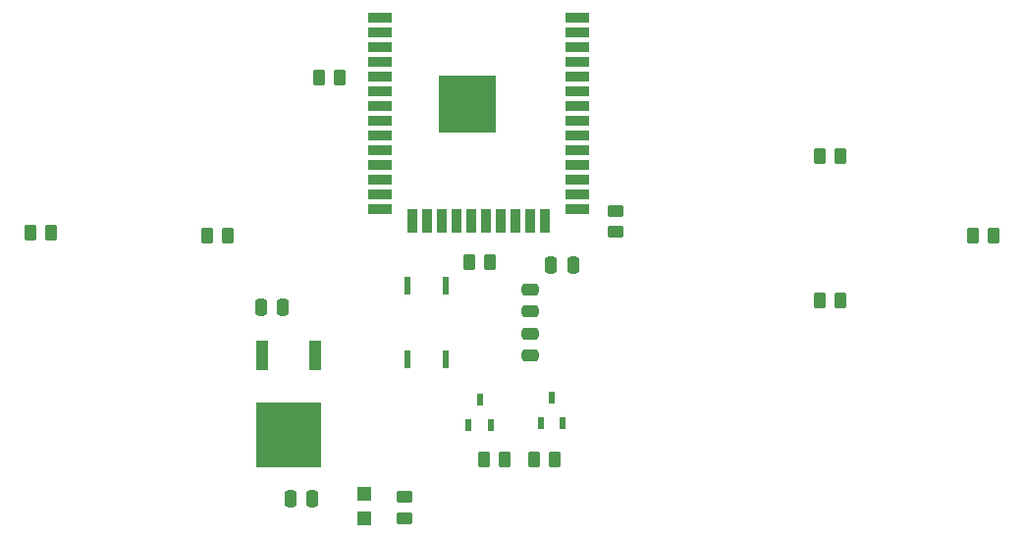
<source format=gbr>
%TF.GenerationSoftware,KiCad,Pcbnew,(6.0.2)*%
%TF.CreationDate,2022-03-10T00:50:20-05:00*%
%TF.ProjectId,controller,636f6e74-726f-46c6-9c65-722e6b696361,rev?*%
%TF.SameCoordinates,Original*%
%TF.FileFunction,Paste,Top*%
%TF.FilePolarity,Positive*%
%FSLAX46Y46*%
G04 Gerber Fmt 4.6, Leading zero omitted, Abs format (unit mm)*
G04 Created by KiCad (PCBNEW (6.0.2)) date 2022-03-10 00:50:20*
%MOMM*%
%LPD*%
G01*
G04 APERTURE LIST*
G04 Aperture macros list*
%AMRoundRect*
0 Rectangle with rounded corners*
0 $1 Rounding radius*
0 $2 $3 $4 $5 $6 $7 $8 $9 X,Y pos of 4 corners*
0 Add a 4 corners polygon primitive as box body*
4,1,4,$2,$3,$4,$5,$6,$7,$8,$9,$2,$3,0*
0 Add four circle primitives for the rounded corners*
1,1,$1+$1,$2,$3*
1,1,$1+$1,$4,$5*
1,1,$1+$1,$6,$7*
1,1,$1+$1,$8,$9*
0 Add four rect primitives between the rounded corners*
20,1,$1+$1,$2,$3,$4,$5,0*
20,1,$1+$1,$4,$5,$6,$7,0*
20,1,$1+$1,$6,$7,$8,$9,0*
20,1,$1+$1,$8,$9,$2,$3,0*%
G04 Aperture macros list end*
%ADD10R,1.000000X2.500000*%
%ADD11R,5.632000X5.700000*%
%ADD12RoundRect,0.250000X-0.262500X-0.450000X0.262500X-0.450000X0.262500X0.450000X-0.262500X0.450000X0*%
%ADD13RoundRect,0.250000X0.262500X0.450000X-0.262500X0.450000X-0.262500X-0.450000X0.262500X-0.450000X0*%
%ADD14R,0.550000X1.500000*%
%ADD15R,2.000000X0.900000*%
%ADD16R,0.900000X2.000000*%
%ADD17R,5.000000X5.000000*%
%ADD18RoundRect,0.250000X0.475000X-0.250000X0.475000X0.250000X-0.475000X0.250000X-0.475000X-0.250000X0*%
%ADD19RoundRect,0.250000X-0.475000X0.250000X-0.475000X-0.250000X0.475000X-0.250000X0.475000X0.250000X0*%
%ADD20RoundRect,0.250000X-0.250000X-0.475000X0.250000X-0.475000X0.250000X0.475000X-0.250000X0.475000X0*%
%ADD21R,0.600000X1.100000*%
%ADD22R,1.200000X1.200000*%
%ADD23RoundRect,0.250000X-0.450000X0.262500X-0.450000X-0.262500X0.450000X-0.262500X0.450000X0.262500X0*%
G04 APERTURE END LIST*
D10*
%TO.C,IC1*%
X116092000Y-84741000D03*
D11*
X113792000Y-91591000D03*
D10*
X111492000Y-84741000D03*
%TD*%
D12*
%TO.C,R4*%
X106783500Y-74422000D03*
X108608500Y-74422000D03*
%TD*%
%TO.C,R5*%
X91543500Y-74168000D03*
X93368500Y-74168000D03*
%TD*%
D13*
%TO.C,R7*%
X174648500Y-74422000D03*
X172823500Y-74422000D03*
%TD*%
D12*
%TO.C,R8*%
X159615500Y-80010000D03*
X161440500Y-80010000D03*
%TD*%
D14*
%TO.C,SW1*%
X124105000Y-85090000D03*
X127355000Y-85090000D03*
%TD*%
%TO.C,SW2*%
X124105000Y-78740000D03*
X127355000Y-78740000D03*
%TD*%
D15*
%TO.C,IC2*%
X121700000Y-55615000D03*
X121700000Y-56885000D03*
X121700000Y-58155000D03*
X121700000Y-59425000D03*
X121700000Y-60695000D03*
X121700000Y-61965000D03*
X121700000Y-63235000D03*
X121700000Y-64505000D03*
X121700000Y-65775000D03*
X121700000Y-67045000D03*
X121700000Y-68315000D03*
X121700000Y-69585000D03*
X121700000Y-70855000D03*
X121700000Y-72125000D03*
D16*
X124485000Y-73125000D03*
X125755000Y-73125000D03*
X127025000Y-73125000D03*
X128295000Y-73125000D03*
X129565000Y-73125000D03*
X130835000Y-73125000D03*
X132105000Y-73125000D03*
X133375000Y-73125000D03*
X134645000Y-73125000D03*
X135915000Y-73125000D03*
D15*
X138700000Y-72125000D03*
X138700000Y-70855000D03*
X138700000Y-69585000D03*
X138700000Y-68315000D03*
X138700000Y-67045000D03*
X138700000Y-65775000D03*
X138700000Y-64505000D03*
X138700000Y-63235000D03*
X138700000Y-61965000D03*
X138700000Y-60695000D03*
X138700000Y-59425000D03*
X138700000Y-58155000D03*
X138700000Y-56885000D03*
X138700000Y-55615000D03*
D17*
X129200000Y-63115000D03*
%TD*%
D12*
%TO.C,R3*%
X129389500Y-76708000D03*
X131214500Y-76708000D03*
%TD*%
D18*
%TO.C,C1*%
X134620000Y-84770000D03*
X134620000Y-82870000D03*
%TD*%
D19*
%TO.C,C2*%
X134620000Y-79060000D03*
X134620000Y-80960000D03*
%TD*%
D20*
%TO.C,C3*%
X136464000Y-76962000D03*
X138364000Y-76962000D03*
%TD*%
D13*
%TO.C,R1*%
X136802500Y-93726000D03*
X134977500Y-93726000D03*
%TD*%
D21*
%TO.C,Q1*%
X129352000Y-90762000D03*
X131252000Y-90762000D03*
X130302000Y-88562000D03*
%TD*%
D12*
%TO.C,R2*%
X130659500Y-93726000D03*
X132484500Y-93726000D03*
%TD*%
D21*
%TO.C,Q2*%
X135581001Y-90630999D03*
X137481001Y-90630999D03*
X136531001Y-88430999D03*
%TD*%
D22*
%TO.C,D1*%
X120380000Y-96700000D03*
X120380000Y-98800000D03*
%TD*%
D23*
%TO.C,R9*%
X123832000Y-96957500D03*
X123832000Y-98782500D03*
%TD*%
D12*
%TO.C,R6*%
X159615500Y-67564000D03*
X161440500Y-67564000D03*
%TD*%
D20*
%TO.C,C7*%
X111445000Y-80645000D03*
X113345000Y-80645000D03*
%TD*%
%TO.C,C6*%
X113985000Y-97155000D03*
X115885000Y-97155000D03*
%TD*%
D23*
%TO.C,R10*%
X141980000Y-72297500D03*
X141980000Y-74122500D03*
%TD*%
D13*
%TO.C,R11*%
X118242500Y-60810000D03*
X116417500Y-60810000D03*
%TD*%
M02*

</source>
